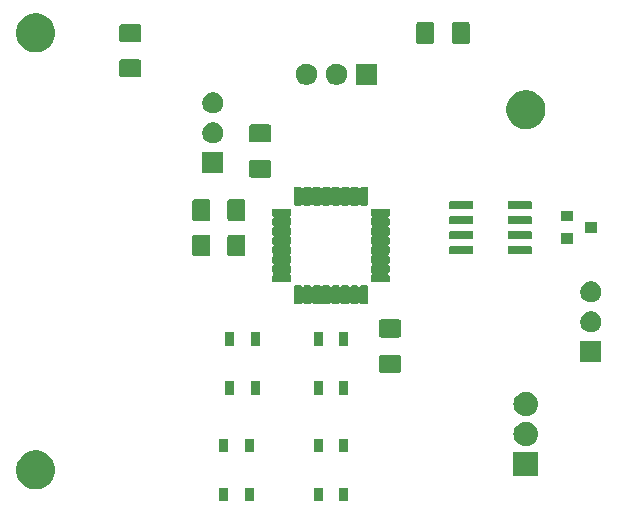
<source format=gbr>
G04 #@! TF.GenerationSoftware,KiCad,Pcbnew,(5.1.5)-3*
G04 #@! TF.CreationDate,2020-02-29T02:49:16+09:00*
G04 #@! TF.ProjectId,QX20CTRLV2,51583230-4354-4524-9c56-322e6b696361,rev?*
G04 #@! TF.SameCoordinates,Original*
G04 #@! TF.FileFunction,Soldermask,Top*
G04 #@! TF.FilePolarity,Negative*
%FSLAX46Y46*%
G04 Gerber Fmt 4.6, Leading zero omitted, Abs format (unit mm)*
G04 Created by KiCad (PCBNEW (5.1.5)-3) date 2020-02-29 02:49:16*
%MOMM*%
%LPD*%
G04 APERTURE LIST*
%ADD10C,0.250000*%
G04 APERTURE END LIST*
D10*
G36*
X120301000Y-93651000D02*
G01*
X119549000Y-93651000D01*
X119549000Y-92499000D01*
X120301000Y-92499000D01*
X120301000Y-93651000D01*
G37*
G36*
X128301000Y-93651000D02*
G01*
X127549000Y-93651000D01*
X127549000Y-92499000D01*
X128301000Y-92499000D01*
X128301000Y-93651000D01*
G37*
G36*
X130451000Y-93651000D02*
G01*
X129699000Y-93651000D01*
X129699000Y-92499000D01*
X130451000Y-92499000D01*
X130451000Y-93651000D01*
G37*
G36*
X122451000Y-93651000D02*
G01*
X121699000Y-93651000D01*
X121699000Y-92499000D01*
X122451000Y-92499000D01*
X122451000Y-93651000D01*
G37*
G36*
X104375256Y-89391298D02*
G01*
X104481579Y-89412447D01*
X104782042Y-89536903D01*
X105052451Y-89717585D01*
X105282415Y-89947549D01*
X105463097Y-90217958D01*
X105587553Y-90518421D01*
X105651000Y-90837391D01*
X105651000Y-91162609D01*
X105587553Y-91481579D01*
X105463097Y-91782042D01*
X105282415Y-92052451D01*
X105052451Y-92282415D01*
X104782042Y-92463097D01*
X104481579Y-92587553D01*
X104375256Y-92608702D01*
X104162611Y-92651000D01*
X103837389Y-92651000D01*
X103624744Y-92608702D01*
X103518421Y-92587553D01*
X103217958Y-92463097D01*
X102947549Y-92282415D01*
X102717585Y-92052451D01*
X102536903Y-91782042D01*
X102412447Y-91481579D01*
X102349000Y-91162609D01*
X102349000Y-90837391D01*
X102412447Y-90518421D01*
X102536903Y-90217958D01*
X102717585Y-89947549D01*
X102947549Y-89717585D01*
X103217958Y-89536903D01*
X103518421Y-89412447D01*
X103624744Y-89391298D01*
X103837389Y-89349000D01*
X104162611Y-89349000D01*
X104375256Y-89391298D01*
G37*
G36*
X146551000Y-91503500D02*
G01*
X144449000Y-91503500D01*
X144449000Y-89496500D01*
X146551000Y-89496500D01*
X146551000Y-91503500D01*
G37*
G36*
X130451000Y-89501000D02*
G01*
X129699000Y-89501000D01*
X129699000Y-88349000D01*
X130451000Y-88349000D01*
X130451000Y-89501000D01*
G37*
G36*
X128301000Y-89501000D02*
G01*
X127549000Y-89501000D01*
X127549000Y-88349000D01*
X128301000Y-88349000D01*
X128301000Y-89501000D01*
G37*
G36*
X120301000Y-89501000D02*
G01*
X119549000Y-89501000D01*
X119549000Y-88349000D01*
X120301000Y-88349000D01*
X120301000Y-89501000D01*
G37*
G36*
X122451000Y-89501000D02*
G01*
X121699000Y-89501000D01*
X121699000Y-88349000D01*
X122451000Y-88349000D01*
X122451000Y-89501000D01*
G37*
G36*
X145645936Y-86961340D02*
G01*
X145744220Y-86971020D01*
X145933381Y-87028401D01*
X146107712Y-87121583D01*
X146260515Y-87246985D01*
X146385917Y-87399788D01*
X146479099Y-87574119D01*
X146536480Y-87763280D01*
X146555855Y-87960000D01*
X146536480Y-88156720D01*
X146479099Y-88345881D01*
X146385917Y-88520212D01*
X146260515Y-88673015D01*
X146107712Y-88798417D01*
X145933381Y-88891599D01*
X145744220Y-88948980D01*
X145645936Y-88958660D01*
X145596795Y-88963500D01*
X145403205Y-88963500D01*
X145354064Y-88958660D01*
X145255780Y-88948980D01*
X145066619Y-88891599D01*
X144892288Y-88798417D01*
X144739485Y-88673015D01*
X144614083Y-88520212D01*
X144520901Y-88345881D01*
X144463520Y-88156720D01*
X144444145Y-87960000D01*
X144463520Y-87763280D01*
X144520901Y-87574119D01*
X144614083Y-87399788D01*
X144739485Y-87246985D01*
X144892288Y-87121583D01*
X145066619Y-87028401D01*
X145255780Y-86971020D01*
X145354064Y-86961340D01*
X145403205Y-86956500D01*
X145596795Y-86956500D01*
X145645936Y-86961340D01*
G37*
G36*
X145645936Y-84421340D02*
G01*
X145744220Y-84431020D01*
X145933381Y-84488401D01*
X146107712Y-84581583D01*
X146260515Y-84706985D01*
X146385917Y-84859788D01*
X146479099Y-85034119D01*
X146536480Y-85223280D01*
X146555855Y-85420000D01*
X146536480Y-85616720D01*
X146479099Y-85805881D01*
X146385917Y-85980212D01*
X146260515Y-86133015D01*
X146107712Y-86258417D01*
X145933381Y-86351599D01*
X145744220Y-86408980D01*
X145645936Y-86418660D01*
X145596795Y-86423500D01*
X145403205Y-86423500D01*
X145354064Y-86418660D01*
X145255780Y-86408980D01*
X145066619Y-86351599D01*
X144892288Y-86258417D01*
X144739485Y-86133015D01*
X144614083Y-85980212D01*
X144520901Y-85805881D01*
X144463520Y-85616720D01*
X144444145Y-85420000D01*
X144463520Y-85223280D01*
X144520901Y-85034119D01*
X144614083Y-84859788D01*
X144739485Y-84706985D01*
X144892288Y-84581583D01*
X145066619Y-84488401D01*
X145255780Y-84431020D01*
X145354064Y-84421340D01*
X145403205Y-84416500D01*
X145596795Y-84416500D01*
X145645936Y-84421340D01*
G37*
G36*
X122951000Y-84651000D02*
G01*
X122199000Y-84651000D01*
X122199000Y-83499000D01*
X122951000Y-83499000D01*
X122951000Y-84651000D01*
G37*
G36*
X120801000Y-84651000D02*
G01*
X120049000Y-84651000D01*
X120049000Y-83499000D01*
X120801000Y-83499000D01*
X120801000Y-84651000D01*
G37*
G36*
X130451000Y-84651000D02*
G01*
X129699000Y-84651000D01*
X129699000Y-83499000D01*
X130451000Y-83499000D01*
X130451000Y-84651000D01*
G37*
G36*
X128301000Y-84651000D02*
G01*
X127549000Y-84651000D01*
X127549000Y-83499000D01*
X128301000Y-83499000D01*
X128301000Y-84651000D01*
G37*
G36*
X134775562Y-81240681D02*
G01*
X134810481Y-81251274D01*
X134842663Y-81268476D01*
X134870873Y-81291627D01*
X134894024Y-81319837D01*
X134911226Y-81352019D01*
X134921819Y-81386938D01*
X134926000Y-81429395D01*
X134926000Y-82570605D01*
X134921819Y-82613062D01*
X134911226Y-82647981D01*
X134894024Y-82680163D01*
X134870873Y-82708373D01*
X134842663Y-82731524D01*
X134810481Y-82748726D01*
X134775562Y-82759319D01*
X134733105Y-82763500D01*
X133266895Y-82763500D01*
X133224438Y-82759319D01*
X133189519Y-82748726D01*
X133157337Y-82731524D01*
X133129127Y-82708373D01*
X133105976Y-82680163D01*
X133088774Y-82647981D01*
X133078181Y-82613062D01*
X133074000Y-82570605D01*
X133074000Y-81429395D01*
X133078181Y-81386938D01*
X133088774Y-81352019D01*
X133105976Y-81319837D01*
X133129127Y-81291627D01*
X133157337Y-81268476D01*
X133189519Y-81251274D01*
X133224438Y-81240681D01*
X133266895Y-81236500D01*
X134733105Y-81236500D01*
X134775562Y-81240681D01*
G37*
G36*
X151901000Y-81901000D02*
G01*
X150099000Y-81901000D01*
X150099000Y-80099000D01*
X151901000Y-80099000D01*
X151901000Y-81901000D01*
G37*
G36*
X120801000Y-80501000D02*
G01*
X120049000Y-80501000D01*
X120049000Y-79349000D01*
X120801000Y-79349000D01*
X120801000Y-80501000D01*
G37*
G36*
X130451000Y-80501000D02*
G01*
X129699000Y-80501000D01*
X129699000Y-79349000D01*
X130451000Y-79349000D01*
X130451000Y-80501000D01*
G37*
G36*
X128301000Y-80501000D02*
G01*
X127549000Y-80501000D01*
X127549000Y-79349000D01*
X128301000Y-79349000D01*
X128301000Y-80501000D01*
G37*
G36*
X122951000Y-80501000D02*
G01*
X122199000Y-80501000D01*
X122199000Y-79349000D01*
X122951000Y-79349000D01*
X122951000Y-80501000D01*
G37*
G36*
X134775562Y-78265681D02*
G01*
X134810481Y-78276274D01*
X134842663Y-78293476D01*
X134870873Y-78316627D01*
X134894024Y-78344837D01*
X134911226Y-78377019D01*
X134921819Y-78411938D01*
X134926000Y-78454395D01*
X134926000Y-79595605D01*
X134921819Y-79638062D01*
X134911226Y-79672981D01*
X134894024Y-79705163D01*
X134870873Y-79733373D01*
X134842663Y-79756524D01*
X134810481Y-79773726D01*
X134775562Y-79784319D01*
X134733105Y-79788500D01*
X133266895Y-79788500D01*
X133224438Y-79784319D01*
X133189519Y-79773726D01*
X133157337Y-79756524D01*
X133129127Y-79733373D01*
X133105976Y-79705163D01*
X133088774Y-79672981D01*
X133078181Y-79638062D01*
X133074000Y-79595605D01*
X133074000Y-78454395D01*
X133078181Y-78411938D01*
X133088774Y-78377019D01*
X133105976Y-78344837D01*
X133129127Y-78316627D01*
X133157337Y-78293476D01*
X133189519Y-78276274D01*
X133224438Y-78265681D01*
X133266895Y-78261500D01*
X134733105Y-78261500D01*
X134775562Y-78265681D01*
G37*
G36*
X151113512Y-77563927D02*
G01*
X151262812Y-77593624D01*
X151426784Y-77661544D01*
X151574354Y-77760147D01*
X151699853Y-77885646D01*
X151798456Y-78033216D01*
X151866376Y-78197188D01*
X151901000Y-78371259D01*
X151901000Y-78548741D01*
X151866376Y-78722812D01*
X151798456Y-78886784D01*
X151699853Y-79034354D01*
X151574354Y-79159853D01*
X151426784Y-79258456D01*
X151262812Y-79326376D01*
X151113512Y-79356073D01*
X151088742Y-79361000D01*
X150911258Y-79361000D01*
X150886488Y-79356073D01*
X150737188Y-79326376D01*
X150573216Y-79258456D01*
X150425646Y-79159853D01*
X150300147Y-79034354D01*
X150201544Y-78886784D01*
X150133624Y-78722812D01*
X150099000Y-78548741D01*
X150099000Y-78371259D01*
X150133624Y-78197188D01*
X150201544Y-78033216D01*
X150300147Y-77885646D01*
X150425646Y-77760147D01*
X150573216Y-77661544D01*
X150737188Y-77593624D01*
X150886488Y-77563927D01*
X150911258Y-77559000D01*
X151088742Y-77559000D01*
X151113512Y-77563927D01*
G37*
G36*
X126430051Y-75376284D02*
G01*
X126446443Y-75381257D01*
X126461555Y-75389334D01*
X126474798Y-75400202D01*
X126485667Y-75413447D01*
X126489761Y-75421106D01*
X126503374Y-75441480D01*
X126520701Y-75458807D01*
X126541076Y-75472421D01*
X126563714Y-75481798D01*
X126587748Y-75486579D01*
X126612252Y-75486579D01*
X126636285Y-75481799D01*
X126658924Y-75472421D01*
X126679298Y-75458808D01*
X126696625Y-75441481D01*
X126710239Y-75421106D01*
X126714333Y-75413447D01*
X126725202Y-75400202D01*
X126738445Y-75389334D01*
X126753557Y-75381257D01*
X126769949Y-75376284D01*
X126793141Y-75374000D01*
X127206859Y-75374000D01*
X127230051Y-75376284D01*
X127246443Y-75381257D01*
X127261555Y-75389334D01*
X127274798Y-75400202D01*
X127285667Y-75413447D01*
X127289761Y-75421106D01*
X127303374Y-75441480D01*
X127320701Y-75458807D01*
X127341076Y-75472421D01*
X127363714Y-75481798D01*
X127387748Y-75486579D01*
X127412252Y-75486579D01*
X127436285Y-75481799D01*
X127458924Y-75472421D01*
X127479298Y-75458808D01*
X127496625Y-75441481D01*
X127510239Y-75421106D01*
X127514333Y-75413447D01*
X127525202Y-75400202D01*
X127538445Y-75389334D01*
X127553557Y-75381257D01*
X127569949Y-75376284D01*
X127593141Y-75374000D01*
X128006859Y-75374000D01*
X128030051Y-75376284D01*
X128046443Y-75381257D01*
X128061555Y-75389334D01*
X128074798Y-75400202D01*
X128085667Y-75413447D01*
X128089761Y-75421106D01*
X128103374Y-75441480D01*
X128120701Y-75458807D01*
X128141076Y-75472421D01*
X128163714Y-75481798D01*
X128187748Y-75486579D01*
X128212252Y-75486579D01*
X128236285Y-75481799D01*
X128258924Y-75472421D01*
X128279298Y-75458808D01*
X128296625Y-75441481D01*
X128310239Y-75421106D01*
X128314333Y-75413447D01*
X128325202Y-75400202D01*
X128338445Y-75389334D01*
X128353557Y-75381257D01*
X128369949Y-75376284D01*
X128393141Y-75374000D01*
X128806859Y-75374000D01*
X128830051Y-75376284D01*
X128846443Y-75381257D01*
X128861555Y-75389334D01*
X128874798Y-75400202D01*
X128885667Y-75413447D01*
X128889761Y-75421106D01*
X128903374Y-75441480D01*
X128920701Y-75458807D01*
X128941076Y-75472421D01*
X128963714Y-75481798D01*
X128987748Y-75486579D01*
X129012252Y-75486579D01*
X129036285Y-75481799D01*
X129058924Y-75472421D01*
X129079298Y-75458808D01*
X129096625Y-75441481D01*
X129110239Y-75421106D01*
X129114333Y-75413447D01*
X129125202Y-75400202D01*
X129138445Y-75389334D01*
X129153557Y-75381257D01*
X129169949Y-75376284D01*
X129193141Y-75374000D01*
X129606859Y-75374000D01*
X129630051Y-75376284D01*
X129646443Y-75381257D01*
X129661555Y-75389334D01*
X129674798Y-75400202D01*
X129685667Y-75413447D01*
X129689761Y-75421106D01*
X129703374Y-75441480D01*
X129720701Y-75458807D01*
X129741076Y-75472421D01*
X129763714Y-75481798D01*
X129787748Y-75486579D01*
X129812252Y-75486579D01*
X129836285Y-75481799D01*
X129858924Y-75472421D01*
X129879298Y-75458808D01*
X129896625Y-75441481D01*
X129910239Y-75421106D01*
X129914333Y-75413447D01*
X129925202Y-75400202D01*
X129938445Y-75389334D01*
X129953557Y-75381257D01*
X129969949Y-75376284D01*
X129993141Y-75374000D01*
X130406859Y-75374000D01*
X130430051Y-75376284D01*
X130446443Y-75381257D01*
X130461555Y-75389334D01*
X130474798Y-75400202D01*
X130485667Y-75413447D01*
X130489761Y-75421106D01*
X130503374Y-75441480D01*
X130520701Y-75458807D01*
X130541076Y-75472421D01*
X130563714Y-75481798D01*
X130587748Y-75486579D01*
X130612252Y-75486579D01*
X130636285Y-75481799D01*
X130658924Y-75472421D01*
X130679298Y-75458808D01*
X130696625Y-75441481D01*
X130710239Y-75421106D01*
X130714333Y-75413447D01*
X130725202Y-75400202D01*
X130738445Y-75389334D01*
X130753557Y-75381257D01*
X130769949Y-75376284D01*
X130793141Y-75374000D01*
X131206859Y-75374000D01*
X131230051Y-75376284D01*
X131246443Y-75381257D01*
X131261555Y-75389334D01*
X131274798Y-75400202D01*
X131285667Y-75413447D01*
X131289761Y-75421106D01*
X131303374Y-75441480D01*
X131320701Y-75458807D01*
X131341076Y-75472421D01*
X131363714Y-75481798D01*
X131387748Y-75486579D01*
X131412252Y-75486579D01*
X131436285Y-75481799D01*
X131458924Y-75472421D01*
X131479298Y-75458808D01*
X131496625Y-75441481D01*
X131510239Y-75421106D01*
X131514333Y-75413447D01*
X131525202Y-75400202D01*
X131538445Y-75389334D01*
X131553557Y-75381257D01*
X131569949Y-75376284D01*
X131593141Y-75374000D01*
X132006859Y-75374000D01*
X132030051Y-75376284D01*
X132046443Y-75381257D01*
X132061555Y-75389334D01*
X132074798Y-75400202D01*
X132085666Y-75413445D01*
X132093743Y-75428557D01*
X132098716Y-75444949D01*
X132101000Y-75468141D01*
X132101000Y-76881859D01*
X132098716Y-76905051D01*
X132093743Y-76921443D01*
X132085666Y-76936555D01*
X132074798Y-76949798D01*
X132061555Y-76960666D01*
X132046443Y-76968743D01*
X132030051Y-76973716D01*
X132006859Y-76976000D01*
X131593141Y-76976000D01*
X131569949Y-76973716D01*
X131553557Y-76968743D01*
X131538445Y-76960666D01*
X131525202Y-76949798D01*
X131514333Y-76936553D01*
X131510239Y-76928894D01*
X131496626Y-76908520D01*
X131479299Y-76891193D01*
X131458924Y-76877579D01*
X131436286Y-76868202D01*
X131412252Y-76863421D01*
X131387748Y-76863421D01*
X131363715Y-76868201D01*
X131341076Y-76877579D01*
X131320702Y-76891192D01*
X131303375Y-76908519D01*
X131289761Y-76928894D01*
X131285667Y-76936553D01*
X131274798Y-76949798D01*
X131261555Y-76960666D01*
X131246443Y-76968743D01*
X131230051Y-76973716D01*
X131206859Y-76976000D01*
X130793141Y-76976000D01*
X130769949Y-76973716D01*
X130753557Y-76968743D01*
X130738445Y-76960666D01*
X130725202Y-76949798D01*
X130714333Y-76936553D01*
X130710239Y-76928894D01*
X130696626Y-76908520D01*
X130679299Y-76891193D01*
X130658924Y-76877579D01*
X130636286Y-76868202D01*
X130612252Y-76863421D01*
X130587748Y-76863421D01*
X130563715Y-76868201D01*
X130541076Y-76877579D01*
X130520702Y-76891192D01*
X130503375Y-76908519D01*
X130489761Y-76928894D01*
X130485667Y-76936553D01*
X130474798Y-76949798D01*
X130461555Y-76960666D01*
X130446443Y-76968743D01*
X130430051Y-76973716D01*
X130406859Y-76976000D01*
X129993141Y-76976000D01*
X129969949Y-76973716D01*
X129953557Y-76968743D01*
X129938445Y-76960666D01*
X129925202Y-76949798D01*
X129914333Y-76936553D01*
X129910239Y-76928894D01*
X129896626Y-76908520D01*
X129879299Y-76891193D01*
X129858924Y-76877579D01*
X129836286Y-76868202D01*
X129812252Y-76863421D01*
X129787748Y-76863421D01*
X129763715Y-76868201D01*
X129741076Y-76877579D01*
X129720702Y-76891192D01*
X129703375Y-76908519D01*
X129689761Y-76928894D01*
X129685667Y-76936553D01*
X129674798Y-76949798D01*
X129661555Y-76960666D01*
X129646443Y-76968743D01*
X129630051Y-76973716D01*
X129606859Y-76976000D01*
X129193141Y-76976000D01*
X129169949Y-76973716D01*
X129153557Y-76968743D01*
X129138445Y-76960666D01*
X129125202Y-76949798D01*
X129114333Y-76936553D01*
X129110239Y-76928894D01*
X129096626Y-76908520D01*
X129079299Y-76891193D01*
X129058924Y-76877579D01*
X129036286Y-76868202D01*
X129012252Y-76863421D01*
X128987748Y-76863421D01*
X128963715Y-76868201D01*
X128941076Y-76877579D01*
X128920702Y-76891192D01*
X128903375Y-76908519D01*
X128889761Y-76928894D01*
X128885667Y-76936553D01*
X128874798Y-76949798D01*
X128861555Y-76960666D01*
X128846443Y-76968743D01*
X128830051Y-76973716D01*
X128806859Y-76976000D01*
X128393141Y-76976000D01*
X128369949Y-76973716D01*
X128353557Y-76968743D01*
X128338445Y-76960666D01*
X128325202Y-76949798D01*
X128314333Y-76936553D01*
X128310239Y-76928894D01*
X128296626Y-76908520D01*
X128279299Y-76891193D01*
X128258924Y-76877579D01*
X128236286Y-76868202D01*
X128212252Y-76863421D01*
X128187748Y-76863421D01*
X128163715Y-76868201D01*
X128141076Y-76877579D01*
X128120702Y-76891192D01*
X128103375Y-76908519D01*
X128089761Y-76928894D01*
X128085667Y-76936553D01*
X128074798Y-76949798D01*
X128061555Y-76960666D01*
X128046443Y-76968743D01*
X128030051Y-76973716D01*
X128006859Y-76976000D01*
X127593141Y-76976000D01*
X127569949Y-76973716D01*
X127553557Y-76968743D01*
X127538445Y-76960666D01*
X127525202Y-76949798D01*
X127514333Y-76936553D01*
X127510239Y-76928894D01*
X127496626Y-76908520D01*
X127479299Y-76891193D01*
X127458924Y-76877579D01*
X127436286Y-76868202D01*
X127412252Y-76863421D01*
X127387748Y-76863421D01*
X127363715Y-76868201D01*
X127341076Y-76877579D01*
X127320702Y-76891192D01*
X127303375Y-76908519D01*
X127289761Y-76928894D01*
X127285667Y-76936553D01*
X127274798Y-76949798D01*
X127261555Y-76960666D01*
X127246443Y-76968743D01*
X127230051Y-76973716D01*
X127206859Y-76976000D01*
X126793141Y-76976000D01*
X126769949Y-76973716D01*
X126753557Y-76968743D01*
X126738445Y-76960666D01*
X126725202Y-76949798D01*
X126714333Y-76936553D01*
X126710239Y-76928894D01*
X126696626Y-76908520D01*
X126679299Y-76891193D01*
X126658924Y-76877579D01*
X126636286Y-76868202D01*
X126612252Y-76863421D01*
X126587748Y-76863421D01*
X126563715Y-76868201D01*
X126541076Y-76877579D01*
X126520702Y-76891192D01*
X126503375Y-76908519D01*
X126489761Y-76928894D01*
X126485667Y-76936553D01*
X126474798Y-76949798D01*
X126461555Y-76960666D01*
X126446443Y-76968743D01*
X126430051Y-76973716D01*
X126406859Y-76976000D01*
X125993141Y-76976000D01*
X125969949Y-76973716D01*
X125953557Y-76968743D01*
X125938445Y-76960666D01*
X125925202Y-76949798D01*
X125914334Y-76936555D01*
X125906257Y-76921443D01*
X125901284Y-76905051D01*
X125899000Y-76881859D01*
X125899000Y-75468141D01*
X125901284Y-75444949D01*
X125906257Y-75428557D01*
X125914334Y-75413445D01*
X125925202Y-75400202D01*
X125938445Y-75389334D01*
X125953557Y-75381257D01*
X125969949Y-75376284D01*
X125993141Y-75374000D01*
X126406859Y-75374000D01*
X126430051Y-75376284D01*
G37*
G36*
X151113512Y-75023927D02*
G01*
X151262812Y-75053624D01*
X151426784Y-75121544D01*
X151574354Y-75220147D01*
X151699853Y-75345646D01*
X151798456Y-75493216D01*
X151866376Y-75657188D01*
X151901000Y-75831259D01*
X151901000Y-76008741D01*
X151866376Y-76182812D01*
X151798456Y-76346784D01*
X151699853Y-76494354D01*
X151574354Y-76619853D01*
X151426784Y-76718456D01*
X151262812Y-76786376D01*
X151113512Y-76816073D01*
X151088742Y-76821000D01*
X150911258Y-76821000D01*
X150886488Y-76816073D01*
X150737188Y-76786376D01*
X150573216Y-76718456D01*
X150425646Y-76619853D01*
X150300147Y-76494354D01*
X150201544Y-76346784D01*
X150133624Y-76182812D01*
X150099000Y-76008741D01*
X150099000Y-75831259D01*
X150133624Y-75657188D01*
X150201544Y-75493216D01*
X150300147Y-75345646D01*
X150425646Y-75220147D01*
X150573216Y-75121544D01*
X150737188Y-75053624D01*
X150886488Y-75023927D01*
X150911258Y-75019000D01*
X151088742Y-75019000D01*
X151113512Y-75023927D01*
G37*
G36*
X133905051Y-68901284D02*
G01*
X133921443Y-68906257D01*
X133936555Y-68914334D01*
X133949798Y-68925202D01*
X133960666Y-68938445D01*
X133968743Y-68953557D01*
X133973716Y-68969949D01*
X133976000Y-68993141D01*
X133976000Y-69406859D01*
X133973716Y-69430051D01*
X133968743Y-69446443D01*
X133960666Y-69461555D01*
X133949798Y-69474798D01*
X133936553Y-69485667D01*
X133928894Y-69489761D01*
X133908520Y-69503374D01*
X133891193Y-69520701D01*
X133877579Y-69541076D01*
X133868202Y-69563714D01*
X133863421Y-69587748D01*
X133863421Y-69612252D01*
X133868201Y-69636285D01*
X133877579Y-69658924D01*
X133891192Y-69679298D01*
X133908519Y-69696625D01*
X133928894Y-69710239D01*
X133936553Y-69714333D01*
X133949798Y-69725202D01*
X133960666Y-69738445D01*
X133968743Y-69753557D01*
X133973716Y-69769949D01*
X133976000Y-69793141D01*
X133976000Y-70206859D01*
X133973716Y-70230051D01*
X133968743Y-70246443D01*
X133960666Y-70261555D01*
X133949798Y-70274798D01*
X133936553Y-70285667D01*
X133928894Y-70289761D01*
X133908520Y-70303374D01*
X133891193Y-70320701D01*
X133877579Y-70341076D01*
X133868202Y-70363714D01*
X133863421Y-70387748D01*
X133863421Y-70412252D01*
X133868201Y-70436285D01*
X133877579Y-70458924D01*
X133891192Y-70479298D01*
X133908519Y-70496625D01*
X133928894Y-70510239D01*
X133936553Y-70514333D01*
X133949798Y-70525202D01*
X133960666Y-70538445D01*
X133968743Y-70553557D01*
X133973716Y-70569949D01*
X133976000Y-70593141D01*
X133976000Y-71006859D01*
X133973716Y-71030051D01*
X133968743Y-71046443D01*
X133960666Y-71061555D01*
X133949798Y-71074798D01*
X133936553Y-71085667D01*
X133928894Y-71089761D01*
X133908520Y-71103374D01*
X133891193Y-71120701D01*
X133877579Y-71141076D01*
X133868202Y-71163714D01*
X133863421Y-71187748D01*
X133863421Y-71212252D01*
X133868201Y-71236285D01*
X133877579Y-71258924D01*
X133891192Y-71279298D01*
X133908519Y-71296625D01*
X133928894Y-71310239D01*
X133936553Y-71314333D01*
X133949798Y-71325202D01*
X133960666Y-71338445D01*
X133968743Y-71353557D01*
X133973716Y-71369949D01*
X133976000Y-71393141D01*
X133976000Y-71806859D01*
X133973716Y-71830051D01*
X133968743Y-71846443D01*
X133960666Y-71861555D01*
X133949798Y-71874798D01*
X133936553Y-71885667D01*
X133928894Y-71889761D01*
X133908520Y-71903374D01*
X133891193Y-71920701D01*
X133877579Y-71941076D01*
X133868202Y-71963714D01*
X133863421Y-71987748D01*
X133863421Y-72012252D01*
X133868201Y-72036285D01*
X133877579Y-72058924D01*
X133891192Y-72079298D01*
X133908519Y-72096625D01*
X133928894Y-72110239D01*
X133936553Y-72114333D01*
X133949798Y-72125202D01*
X133960666Y-72138445D01*
X133968743Y-72153557D01*
X133973716Y-72169949D01*
X133976000Y-72193141D01*
X133976000Y-72606859D01*
X133973716Y-72630051D01*
X133968743Y-72646443D01*
X133960666Y-72661555D01*
X133949798Y-72674798D01*
X133936553Y-72685667D01*
X133928894Y-72689761D01*
X133908520Y-72703374D01*
X133891193Y-72720701D01*
X133877579Y-72741076D01*
X133868202Y-72763714D01*
X133863421Y-72787748D01*
X133863421Y-72812252D01*
X133868201Y-72836285D01*
X133877579Y-72858924D01*
X133891192Y-72879298D01*
X133908519Y-72896625D01*
X133928894Y-72910239D01*
X133936553Y-72914333D01*
X133949798Y-72925202D01*
X133960666Y-72938445D01*
X133968743Y-72953557D01*
X133973716Y-72969949D01*
X133976000Y-72993141D01*
X133976000Y-73406859D01*
X133973716Y-73430051D01*
X133968743Y-73446443D01*
X133960666Y-73461555D01*
X133949798Y-73474798D01*
X133936553Y-73485667D01*
X133928894Y-73489761D01*
X133908520Y-73503374D01*
X133891193Y-73520701D01*
X133877579Y-73541076D01*
X133868202Y-73563714D01*
X133863421Y-73587748D01*
X133863421Y-73612252D01*
X133868201Y-73636285D01*
X133877579Y-73658924D01*
X133891192Y-73679298D01*
X133908519Y-73696625D01*
X133928894Y-73710239D01*
X133936553Y-73714333D01*
X133949798Y-73725202D01*
X133960666Y-73738445D01*
X133968743Y-73753557D01*
X133973716Y-73769949D01*
X133976000Y-73793141D01*
X133976000Y-74206859D01*
X133973716Y-74230051D01*
X133968743Y-74246443D01*
X133960666Y-74261555D01*
X133949798Y-74274798D01*
X133936553Y-74285667D01*
X133928894Y-74289761D01*
X133908520Y-74303374D01*
X133891193Y-74320701D01*
X133877579Y-74341076D01*
X133868202Y-74363714D01*
X133863421Y-74387748D01*
X133863421Y-74412252D01*
X133868201Y-74436285D01*
X133877579Y-74458924D01*
X133891192Y-74479298D01*
X133908519Y-74496625D01*
X133928894Y-74510239D01*
X133936553Y-74514333D01*
X133949798Y-74525202D01*
X133960666Y-74538445D01*
X133968743Y-74553557D01*
X133973716Y-74569949D01*
X133976000Y-74593141D01*
X133976000Y-75006859D01*
X133973716Y-75030051D01*
X133968743Y-75046443D01*
X133960666Y-75061555D01*
X133949798Y-75074798D01*
X133936555Y-75085666D01*
X133921443Y-75093743D01*
X133905051Y-75098716D01*
X133881859Y-75101000D01*
X132468141Y-75101000D01*
X132444949Y-75098716D01*
X132428557Y-75093743D01*
X132413445Y-75085666D01*
X132400202Y-75074798D01*
X132389334Y-75061555D01*
X132381257Y-75046443D01*
X132376284Y-75030051D01*
X132374000Y-75006859D01*
X132374000Y-74593141D01*
X132376284Y-74569949D01*
X132381257Y-74553557D01*
X132389334Y-74538445D01*
X132400202Y-74525202D01*
X132413447Y-74514333D01*
X132421106Y-74510239D01*
X132441480Y-74496626D01*
X132458807Y-74479299D01*
X132472421Y-74458924D01*
X132481798Y-74436286D01*
X132486579Y-74412252D01*
X132486579Y-74387748D01*
X132481799Y-74363715D01*
X132472421Y-74341076D01*
X132458808Y-74320702D01*
X132441481Y-74303375D01*
X132421106Y-74289761D01*
X132413447Y-74285667D01*
X132400202Y-74274798D01*
X132389334Y-74261555D01*
X132381257Y-74246443D01*
X132376284Y-74230051D01*
X132374000Y-74206859D01*
X132374000Y-73793141D01*
X132376284Y-73769949D01*
X132381257Y-73753557D01*
X132389334Y-73738445D01*
X132400202Y-73725202D01*
X132413447Y-73714333D01*
X132421106Y-73710239D01*
X132441480Y-73696626D01*
X132458807Y-73679299D01*
X132472421Y-73658924D01*
X132481798Y-73636286D01*
X132486579Y-73612252D01*
X132486579Y-73587748D01*
X132481799Y-73563715D01*
X132472421Y-73541076D01*
X132458808Y-73520702D01*
X132441481Y-73503375D01*
X132421106Y-73489761D01*
X132413447Y-73485667D01*
X132400202Y-73474798D01*
X132389334Y-73461555D01*
X132381257Y-73446443D01*
X132376284Y-73430051D01*
X132374000Y-73406859D01*
X132374000Y-72993141D01*
X132376284Y-72969949D01*
X132381257Y-72953557D01*
X132389334Y-72938445D01*
X132400202Y-72925202D01*
X132413447Y-72914333D01*
X132421106Y-72910239D01*
X132441480Y-72896626D01*
X132458807Y-72879299D01*
X132472421Y-72858924D01*
X132481798Y-72836286D01*
X132486579Y-72812252D01*
X132486579Y-72787748D01*
X132481799Y-72763715D01*
X132472421Y-72741076D01*
X132458808Y-72720702D01*
X132441481Y-72703375D01*
X132421106Y-72689761D01*
X132413447Y-72685667D01*
X132400202Y-72674798D01*
X132389334Y-72661555D01*
X132381257Y-72646443D01*
X132376284Y-72630051D01*
X132374000Y-72606859D01*
X132374000Y-72193141D01*
X132376284Y-72169949D01*
X132381257Y-72153557D01*
X132389334Y-72138445D01*
X132400202Y-72125202D01*
X132413447Y-72114333D01*
X132421106Y-72110239D01*
X132441480Y-72096626D01*
X132458807Y-72079299D01*
X132472421Y-72058924D01*
X132481798Y-72036286D01*
X132486579Y-72012252D01*
X132486579Y-71987748D01*
X132481799Y-71963715D01*
X132472421Y-71941076D01*
X132458808Y-71920702D01*
X132441481Y-71903375D01*
X132421106Y-71889761D01*
X132413447Y-71885667D01*
X132400202Y-71874798D01*
X132389334Y-71861555D01*
X132381257Y-71846443D01*
X132376284Y-71830051D01*
X132374000Y-71806859D01*
X132374000Y-71393141D01*
X132376284Y-71369949D01*
X132381257Y-71353557D01*
X132389334Y-71338445D01*
X132400202Y-71325202D01*
X132413447Y-71314333D01*
X132421106Y-71310239D01*
X132441480Y-71296626D01*
X132458807Y-71279299D01*
X132472421Y-71258924D01*
X132481798Y-71236286D01*
X132486579Y-71212252D01*
X132486579Y-71187748D01*
X132481799Y-71163715D01*
X132472421Y-71141076D01*
X132458808Y-71120702D01*
X132441481Y-71103375D01*
X132421106Y-71089761D01*
X132413447Y-71085667D01*
X132400202Y-71074798D01*
X132389334Y-71061555D01*
X132381257Y-71046443D01*
X132376284Y-71030051D01*
X132374000Y-71006859D01*
X132374000Y-70593141D01*
X132376284Y-70569949D01*
X132381257Y-70553557D01*
X132389334Y-70538445D01*
X132400202Y-70525202D01*
X132413447Y-70514333D01*
X132421106Y-70510239D01*
X132441480Y-70496626D01*
X132458807Y-70479299D01*
X132472421Y-70458924D01*
X132481798Y-70436286D01*
X132486579Y-70412252D01*
X132486579Y-70387748D01*
X132481799Y-70363715D01*
X132472421Y-70341076D01*
X132458808Y-70320702D01*
X132441481Y-70303375D01*
X132421106Y-70289761D01*
X132413447Y-70285667D01*
X132400202Y-70274798D01*
X132389334Y-70261555D01*
X132381257Y-70246443D01*
X132376284Y-70230051D01*
X132374000Y-70206859D01*
X132374000Y-69793141D01*
X132376284Y-69769949D01*
X132381257Y-69753557D01*
X132389334Y-69738445D01*
X132400202Y-69725202D01*
X132413447Y-69714333D01*
X132421106Y-69710239D01*
X132441480Y-69696626D01*
X132458807Y-69679299D01*
X132472421Y-69658924D01*
X132481798Y-69636286D01*
X132486579Y-69612252D01*
X132486579Y-69587748D01*
X132481799Y-69563715D01*
X132472421Y-69541076D01*
X132458808Y-69520702D01*
X132441481Y-69503375D01*
X132421106Y-69489761D01*
X132413447Y-69485667D01*
X132400202Y-69474798D01*
X132389334Y-69461555D01*
X132381257Y-69446443D01*
X132376284Y-69430051D01*
X132374000Y-69406859D01*
X132374000Y-68993141D01*
X132376284Y-68969949D01*
X132381257Y-68953557D01*
X132389334Y-68938445D01*
X132400202Y-68925202D01*
X132413445Y-68914334D01*
X132428557Y-68906257D01*
X132444949Y-68901284D01*
X132468141Y-68899000D01*
X133881859Y-68899000D01*
X133905051Y-68901284D01*
G37*
G36*
X125555051Y-68901284D02*
G01*
X125571443Y-68906257D01*
X125586555Y-68914334D01*
X125599798Y-68925202D01*
X125610666Y-68938445D01*
X125618743Y-68953557D01*
X125623716Y-68969949D01*
X125626000Y-68993141D01*
X125626000Y-69406859D01*
X125623716Y-69430051D01*
X125618743Y-69446443D01*
X125610666Y-69461555D01*
X125599798Y-69474798D01*
X125586553Y-69485667D01*
X125578894Y-69489761D01*
X125558520Y-69503374D01*
X125541193Y-69520701D01*
X125527579Y-69541076D01*
X125518202Y-69563714D01*
X125513421Y-69587748D01*
X125513421Y-69612252D01*
X125518201Y-69636285D01*
X125527579Y-69658924D01*
X125541192Y-69679298D01*
X125558519Y-69696625D01*
X125578894Y-69710239D01*
X125586553Y-69714333D01*
X125599798Y-69725202D01*
X125610666Y-69738445D01*
X125618743Y-69753557D01*
X125623716Y-69769949D01*
X125626000Y-69793141D01*
X125626000Y-70206859D01*
X125623716Y-70230051D01*
X125618743Y-70246443D01*
X125610666Y-70261555D01*
X125599798Y-70274798D01*
X125586553Y-70285667D01*
X125578894Y-70289761D01*
X125558520Y-70303374D01*
X125541193Y-70320701D01*
X125527579Y-70341076D01*
X125518202Y-70363714D01*
X125513421Y-70387748D01*
X125513421Y-70412252D01*
X125518201Y-70436285D01*
X125527579Y-70458924D01*
X125541192Y-70479298D01*
X125558519Y-70496625D01*
X125578894Y-70510239D01*
X125586553Y-70514333D01*
X125599798Y-70525202D01*
X125610666Y-70538445D01*
X125618743Y-70553557D01*
X125623716Y-70569949D01*
X125626000Y-70593141D01*
X125626000Y-71006859D01*
X125623716Y-71030051D01*
X125618743Y-71046443D01*
X125610666Y-71061555D01*
X125599798Y-71074798D01*
X125586553Y-71085667D01*
X125578894Y-71089761D01*
X125558520Y-71103374D01*
X125541193Y-71120701D01*
X125527579Y-71141076D01*
X125518202Y-71163714D01*
X125513421Y-71187748D01*
X125513421Y-71212252D01*
X125518201Y-71236285D01*
X125527579Y-71258924D01*
X125541192Y-71279298D01*
X125558519Y-71296625D01*
X125578894Y-71310239D01*
X125586553Y-71314333D01*
X125599798Y-71325202D01*
X125610666Y-71338445D01*
X125618743Y-71353557D01*
X125623716Y-71369949D01*
X125626000Y-71393141D01*
X125626000Y-71806859D01*
X125623716Y-71830051D01*
X125618743Y-71846443D01*
X125610666Y-71861555D01*
X125599798Y-71874798D01*
X125586553Y-71885667D01*
X125578894Y-71889761D01*
X125558520Y-71903374D01*
X125541193Y-71920701D01*
X125527579Y-71941076D01*
X125518202Y-71963714D01*
X125513421Y-71987748D01*
X125513421Y-72012252D01*
X125518201Y-72036285D01*
X125527579Y-72058924D01*
X125541192Y-72079298D01*
X125558519Y-72096625D01*
X125578894Y-72110239D01*
X125586553Y-72114333D01*
X125599798Y-72125202D01*
X125610666Y-72138445D01*
X125618743Y-72153557D01*
X125623716Y-72169949D01*
X125626000Y-72193141D01*
X125626000Y-72606859D01*
X125623716Y-72630051D01*
X125618743Y-72646443D01*
X125610666Y-72661555D01*
X125599798Y-72674798D01*
X125586553Y-72685667D01*
X125578894Y-72689761D01*
X125558520Y-72703374D01*
X125541193Y-72720701D01*
X125527579Y-72741076D01*
X125518202Y-72763714D01*
X125513421Y-72787748D01*
X125513421Y-72812252D01*
X125518201Y-72836285D01*
X125527579Y-72858924D01*
X125541192Y-72879298D01*
X125558519Y-72896625D01*
X125578894Y-72910239D01*
X125586553Y-72914333D01*
X125599798Y-72925202D01*
X125610666Y-72938445D01*
X125618743Y-72953557D01*
X125623716Y-72969949D01*
X125626000Y-72993141D01*
X125626000Y-73406859D01*
X125623716Y-73430051D01*
X125618743Y-73446443D01*
X125610666Y-73461555D01*
X125599798Y-73474798D01*
X125586553Y-73485667D01*
X125578894Y-73489761D01*
X125558520Y-73503374D01*
X125541193Y-73520701D01*
X125527579Y-73541076D01*
X125518202Y-73563714D01*
X125513421Y-73587748D01*
X125513421Y-73612252D01*
X125518201Y-73636285D01*
X125527579Y-73658924D01*
X125541192Y-73679298D01*
X125558519Y-73696625D01*
X125578894Y-73710239D01*
X125586553Y-73714333D01*
X125599798Y-73725202D01*
X125610666Y-73738445D01*
X125618743Y-73753557D01*
X125623716Y-73769949D01*
X125626000Y-73793141D01*
X125626000Y-74206859D01*
X125623716Y-74230051D01*
X125618743Y-74246443D01*
X125610666Y-74261555D01*
X125599798Y-74274798D01*
X125586553Y-74285667D01*
X125578894Y-74289761D01*
X125558520Y-74303374D01*
X125541193Y-74320701D01*
X125527579Y-74341076D01*
X125518202Y-74363714D01*
X125513421Y-74387748D01*
X125513421Y-74412252D01*
X125518201Y-74436285D01*
X125527579Y-74458924D01*
X125541192Y-74479298D01*
X125558519Y-74496625D01*
X125578894Y-74510239D01*
X125586553Y-74514333D01*
X125599798Y-74525202D01*
X125610666Y-74538445D01*
X125618743Y-74553557D01*
X125623716Y-74569949D01*
X125626000Y-74593141D01*
X125626000Y-75006859D01*
X125623716Y-75030051D01*
X125618743Y-75046443D01*
X125610666Y-75061555D01*
X125599798Y-75074798D01*
X125586555Y-75085666D01*
X125571443Y-75093743D01*
X125555051Y-75098716D01*
X125531859Y-75101000D01*
X124118141Y-75101000D01*
X124094949Y-75098716D01*
X124078557Y-75093743D01*
X124063445Y-75085666D01*
X124050202Y-75074798D01*
X124039334Y-75061555D01*
X124031257Y-75046443D01*
X124026284Y-75030051D01*
X124024000Y-75006859D01*
X124024000Y-74593141D01*
X124026284Y-74569949D01*
X124031257Y-74553557D01*
X124039334Y-74538445D01*
X124050202Y-74525202D01*
X124063447Y-74514333D01*
X124071106Y-74510239D01*
X124091480Y-74496626D01*
X124108807Y-74479299D01*
X124122421Y-74458924D01*
X124131798Y-74436286D01*
X124136579Y-74412252D01*
X124136579Y-74387748D01*
X124131799Y-74363715D01*
X124122421Y-74341076D01*
X124108808Y-74320702D01*
X124091481Y-74303375D01*
X124071106Y-74289761D01*
X124063447Y-74285667D01*
X124050202Y-74274798D01*
X124039334Y-74261555D01*
X124031257Y-74246443D01*
X124026284Y-74230051D01*
X124024000Y-74206859D01*
X124024000Y-73793141D01*
X124026284Y-73769949D01*
X124031257Y-73753557D01*
X124039334Y-73738445D01*
X124050202Y-73725202D01*
X124063447Y-73714333D01*
X124071106Y-73710239D01*
X124091480Y-73696626D01*
X124108807Y-73679299D01*
X124122421Y-73658924D01*
X124131798Y-73636286D01*
X124136579Y-73612252D01*
X124136579Y-73587748D01*
X124131799Y-73563715D01*
X124122421Y-73541076D01*
X124108808Y-73520702D01*
X124091481Y-73503375D01*
X124071106Y-73489761D01*
X124063447Y-73485667D01*
X124050202Y-73474798D01*
X124039334Y-73461555D01*
X124031257Y-73446443D01*
X124026284Y-73430051D01*
X124024000Y-73406859D01*
X124024000Y-72993141D01*
X124026284Y-72969949D01*
X124031257Y-72953557D01*
X124039334Y-72938445D01*
X124050202Y-72925202D01*
X124063447Y-72914333D01*
X124071106Y-72910239D01*
X124091480Y-72896626D01*
X124108807Y-72879299D01*
X124122421Y-72858924D01*
X124131798Y-72836286D01*
X124136579Y-72812252D01*
X124136579Y-72787748D01*
X124131799Y-72763715D01*
X124122421Y-72741076D01*
X124108808Y-72720702D01*
X124091481Y-72703375D01*
X124071106Y-72689761D01*
X124063447Y-72685667D01*
X124050202Y-72674798D01*
X124039334Y-72661555D01*
X124031257Y-72646443D01*
X124026284Y-72630051D01*
X124024000Y-72606859D01*
X124024000Y-72193141D01*
X124026284Y-72169949D01*
X124031257Y-72153557D01*
X124039334Y-72138445D01*
X124050202Y-72125202D01*
X124063447Y-72114333D01*
X124071106Y-72110239D01*
X124091480Y-72096626D01*
X124108807Y-72079299D01*
X124122421Y-72058924D01*
X124131798Y-72036286D01*
X124136579Y-72012252D01*
X124136579Y-71987748D01*
X124131799Y-71963715D01*
X124122421Y-71941076D01*
X124108808Y-71920702D01*
X124091481Y-71903375D01*
X124071106Y-71889761D01*
X124063447Y-71885667D01*
X124050202Y-71874798D01*
X124039334Y-71861555D01*
X124031257Y-71846443D01*
X124026284Y-71830051D01*
X124024000Y-71806859D01*
X124024000Y-71393141D01*
X124026284Y-71369949D01*
X124031257Y-71353557D01*
X124039334Y-71338445D01*
X124050202Y-71325202D01*
X124063447Y-71314333D01*
X124071106Y-71310239D01*
X124091480Y-71296626D01*
X124108807Y-71279299D01*
X124122421Y-71258924D01*
X124131798Y-71236286D01*
X124136579Y-71212252D01*
X124136579Y-71187748D01*
X124131799Y-71163715D01*
X124122421Y-71141076D01*
X124108808Y-71120702D01*
X124091481Y-71103375D01*
X124071106Y-71089761D01*
X124063447Y-71085667D01*
X124050202Y-71074798D01*
X124039334Y-71061555D01*
X124031257Y-71046443D01*
X124026284Y-71030051D01*
X124024000Y-71006859D01*
X124024000Y-70593141D01*
X124026284Y-70569949D01*
X124031257Y-70553557D01*
X124039334Y-70538445D01*
X124050202Y-70525202D01*
X124063447Y-70514333D01*
X124071106Y-70510239D01*
X124091480Y-70496626D01*
X124108807Y-70479299D01*
X124122421Y-70458924D01*
X124131798Y-70436286D01*
X124136579Y-70412252D01*
X124136579Y-70387748D01*
X124131799Y-70363715D01*
X124122421Y-70341076D01*
X124108808Y-70320702D01*
X124091481Y-70303375D01*
X124071106Y-70289761D01*
X124063447Y-70285667D01*
X124050202Y-70274798D01*
X124039334Y-70261555D01*
X124031257Y-70246443D01*
X124026284Y-70230051D01*
X124024000Y-70206859D01*
X124024000Y-69793141D01*
X124026284Y-69769949D01*
X124031257Y-69753557D01*
X124039334Y-69738445D01*
X124050202Y-69725202D01*
X124063447Y-69714333D01*
X124071106Y-69710239D01*
X124091480Y-69696626D01*
X124108807Y-69679299D01*
X124122421Y-69658924D01*
X124131798Y-69636286D01*
X124136579Y-69612252D01*
X124136579Y-69587748D01*
X124131799Y-69563715D01*
X124122421Y-69541076D01*
X124108808Y-69520702D01*
X124091481Y-69503375D01*
X124071106Y-69489761D01*
X124063447Y-69485667D01*
X124050202Y-69474798D01*
X124039334Y-69461555D01*
X124031257Y-69446443D01*
X124026284Y-69430051D01*
X124024000Y-69406859D01*
X124024000Y-68993141D01*
X124026284Y-68969949D01*
X124031257Y-68953557D01*
X124039334Y-68938445D01*
X124050202Y-68925202D01*
X124063445Y-68914334D01*
X124078557Y-68906257D01*
X124094949Y-68901284D01*
X124118141Y-68899000D01*
X125531859Y-68899000D01*
X125555051Y-68901284D01*
G37*
G36*
X121613062Y-71078181D02*
G01*
X121647981Y-71088774D01*
X121680163Y-71105976D01*
X121708373Y-71129127D01*
X121731524Y-71157337D01*
X121748726Y-71189519D01*
X121759319Y-71224438D01*
X121763500Y-71266895D01*
X121763500Y-72733105D01*
X121759319Y-72775562D01*
X121748726Y-72810481D01*
X121731524Y-72842663D01*
X121708373Y-72870873D01*
X121680163Y-72894024D01*
X121647981Y-72911226D01*
X121613062Y-72921819D01*
X121570605Y-72926000D01*
X120429395Y-72926000D01*
X120386938Y-72921819D01*
X120352019Y-72911226D01*
X120319837Y-72894024D01*
X120291627Y-72870873D01*
X120268476Y-72842663D01*
X120251274Y-72810481D01*
X120240681Y-72775562D01*
X120236500Y-72733105D01*
X120236500Y-71266895D01*
X120240681Y-71224438D01*
X120251274Y-71189519D01*
X120268476Y-71157337D01*
X120291627Y-71129127D01*
X120319837Y-71105976D01*
X120352019Y-71088774D01*
X120386938Y-71078181D01*
X120429395Y-71074000D01*
X121570605Y-71074000D01*
X121613062Y-71078181D01*
G37*
G36*
X118638062Y-71078181D02*
G01*
X118672981Y-71088774D01*
X118705163Y-71105976D01*
X118733373Y-71129127D01*
X118756524Y-71157337D01*
X118773726Y-71189519D01*
X118784319Y-71224438D01*
X118788500Y-71266895D01*
X118788500Y-72733105D01*
X118784319Y-72775562D01*
X118773726Y-72810481D01*
X118756524Y-72842663D01*
X118733373Y-72870873D01*
X118705163Y-72894024D01*
X118672981Y-72911226D01*
X118638062Y-72921819D01*
X118595605Y-72926000D01*
X117454395Y-72926000D01*
X117411938Y-72921819D01*
X117377019Y-72911226D01*
X117344837Y-72894024D01*
X117316627Y-72870873D01*
X117293476Y-72842663D01*
X117276274Y-72810481D01*
X117265681Y-72775562D01*
X117261500Y-72733105D01*
X117261500Y-71266895D01*
X117265681Y-71224438D01*
X117276274Y-71189519D01*
X117293476Y-71157337D01*
X117316627Y-71129127D01*
X117344837Y-71105976D01*
X117377019Y-71088774D01*
X117411938Y-71078181D01*
X117454395Y-71074000D01*
X118595605Y-71074000D01*
X118638062Y-71078181D01*
G37*
G36*
X145909928Y-72056764D02*
G01*
X145931009Y-72063160D01*
X145950445Y-72073548D01*
X145967476Y-72087524D01*
X145981452Y-72104555D01*
X145991840Y-72123991D01*
X145998236Y-72145072D01*
X146001000Y-72173140D01*
X146001000Y-72636860D01*
X145998236Y-72664928D01*
X145991840Y-72686009D01*
X145981452Y-72705445D01*
X145967476Y-72722476D01*
X145950445Y-72736452D01*
X145931009Y-72746840D01*
X145909928Y-72753236D01*
X145881860Y-72756000D01*
X144068140Y-72756000D01*
X144040072Y-72753236D01*
X144018991Y-72746840D01*
X143999555Y-72736452D01*
X143982524Y-72722476D01*
X143968548Y-72705445D01*
X143958160Y-72686009D01*
X143951764Y-72664928D01*
X143949000Y-72636860D01*
X143949000Y-72173140D01*
X143951764Y-72145072D01*
X143958160Y-72123991D01*
X143968548Y-72104555D01*
X143982524Y-72087524D01*
X143999555Y-72073548D01*
X144018991Y-72063160D01*
X144040072Y-72056764D01*
X144068140Y-72054000D01*
X145881860Y-72054000D01*
X145909928Y-72056764D01*
G37*
G36*
X140959928Y-72056764D02*
G01*
X140981009Y-72063160D01*
X141000445Y-72073548D01*
X141017476Y-72087524D01*
X141031452Y-72104555D01*
X141041840Y-72123991D01*
X141048236Y-72145072D01*
X141051000Y-72173140D01*
X141051000Y-72636860D01*
X141048236Y-72664928D01*
X141041840Y-72686009D01*
X141031452Y-72705445D01*
X141017476Y-72722476D01*
X141000445Y-72736452D01*
X140981009Y-72746840D01*
X140959928Y-72753236D01*
X140931860Y-72756000D01*
X139118140Y-72756000D01*
X139090072Y-72753236D01*
X139068991Y-72746840D01*
X139049555Y-72736452D01*
X139032524Y-72722476D01*
X139018548Y-72705445D01*
X139008160Y-72686009D01*
X139001764Y-72664928D01*
X138999000Y-72636860D01*
X138999000Y-72173140D01*
X139001764Y-72145072D01*
X139008160Y-72123991D01*
X139018548Y-72104555D01*
X139032524Y-72087524D01*
X139049555Y-72073548D01*
X139068991Y-72063160D01*
X139090072Y-72056764D01*
X139118140Y-72054000D01*
X140931860Y-72054000D01*
X140959928Y-72056764D01*
G37*
G36*
X149501000Y-71851000D02*
G01*
X148499000Y-71851000D01*
X148499000Y-70949000D01*
X149501000Y-70949000D01*
X149501000Y-71851000D01*
G37*
G36*
X140959928Y-70786764D02*
G01*
X140981009Y-70793160D01*
X141000445Y-70803548D01*
X141017476Y-70817524D01*
X141031452Y-70834555D01*
X141041840Y-70853991D01*
X141048236Y-70875072D01*
X141051000Y-70903140D01*
X141051000Y-71366860D01*
X141048236Y-71394928D01*
X141041840Y-71416009D01*
X141031452Y-71435445D01*
X141017476Y-71452476D01*
X141000445Y-71466452D01*
X140981009Y-71476840D01*
X140959928Y-71483236D01*
X140931860Y-71486000D01*
X139118140Y-71486000D01*
X139090072Y-71483236D01*
X139068991Y-71476840D01*
X139049555Y-71466452D01*
X139032524Y-71452476D01*
X139018548Y-71435445D01*
X139008160Y-71416009D01*
X139001764Y-71394928D01*
X138999000Y-71366860D01*
X138999000Y-70903140D01*
X139001764Y-70875072D01*
X139008160Y-70853991D01*
X139018548Y-70834555D01*
X139032524Y-70817524D01*
X139049555Y-70803548D01*
X139068991Y-70793160D01*
X139090072Y-70786764D01*
X139118140Y-70784000D01*
X140931860Y-70784000D01*
X140959928Y-70786764D01*
G37*
G36*
X145909928Y-70786764D02*
G01*
X145931009Y-70793160D01*
X145950445Y-70803548D01*
X145967476Y-70817524D01*
X145981452Y-70834555D01*
X145991840Y-70853991D01*
X145998236Y-70875072D01*
X146001000Y-70903140D01*
X146001000Y-71366860D01*
X145998236Y-71394928D01*
X145991840Y-71416009D01*
X145981452Y-71435445D01*
X145967476Y-71452476D01*
X145950445Y-71466452D01*
X145931009Y-71476840D01*
X145909928Y-71483236D01*
X145881860Y-71486000D01*
X144068140Y-71486000D01*
X144040072Y-71483236D01*
X144018991Y-71476840D01*
X143999555Y-71466452D01*
X143982524Y-71452476D01*
X143968548Y-71435445D01*
X143958160Y-71416009D01*
X143951764Y-71394928D01*
X143949000Y-71366860D01*
X143949000Y-70903140D01*
X143951764Y-70875072D01*
X143958160Y-70853991D01*
X143968548Y-70834555D01*
X143982524Y-70817524D01*
X143999555Y-70803548D01*
X144018991Y-70793160D01*
X144040072Y-70786764D01*
X144068140Y-70784000D01*
X145881860Y-70784000D01*
X145909928Y-70786764D01*
G37*
G36*
X151501000Y-70901000D02*
G01*
X150499000Y-70901000D01*
X150499000Y-69999000D01*
X151501000Y-69999000D01*
X151501000Y-70901000D01*
G37*
G36*
X145909928Y-69516764D02*
G01*
X145931009Y-69523160D01*
X145950445Y-69533548D01*
X145967476Y-69547524D01*
X145981452Y-69564555D01*
X145991840Y-69583991D01*
X145998236Y-69605072D01*
X146001000Y-69633140D01*
X146001000Y-70096860D01*
X145998236Y-70124928D01*
X145991840Y-70146009D01*
X145981452Y-70165445D01*
X145967476Y-70182476D01*
X145950445Y-70196452D01*
X145931009Y-70206840D01*
X145909928Y-70213236D01*
X145881860Y-70216000D01*
X144068140Y-70216000D01*
X144040072Y-70213236D01*
X144018991Y-70206840D01*
X143999555Y-70196452D01*
X143982524Y-70182476D01*
X143968548Y-70165445D01*
X143958160Y-70146009D01*
X143951764Y-70124928D01*
X143949000Y-70096860D01*
X143949000Y-69633140D01*
X143951764Y-69605072D01*
X143958160Y-69583991D01*
X143968548Y-69564555D01*
X143982524Y-69547524D01*
X143999555Y-69533548D01*
X144018991Y-69523160D01*
X144040072Y-69516764D01*
X144068140Y-69514000D01*
X145881860Y-69514000D01*
X145909928Y-69516764D01*
G37*
G36*
X140959928Y-69516764D02*
G01*
X140981009Y-69523160D01*
X141000445Y-69533548D01*
X141017476Y-69547524D01*
X141031452Y-69564555D01*
X141041840Y-69583991D01*
X141048236Y-69605072D01*
X141051000Y-69633140D01*
X141051000Y-70096860D01*
X141048236Y-70124928D01*
X141041840Y-70146009D01*
X141031452Y-70165445D01*
X141017476Y-70182476D01*
X141000445Y-70196452D01*
X140981009Y-70206840D01*
X140959928Y-70213236D01*
X140931860Y-70216000D01*
X139118140Y-70216000D01*
X139090072Y-70213236D01*
X139068991Y-70206840D01*
X139049555Y-70196452D01*
X139032524Y-70182476D01*
X139018548Y-70165445D01*
X139008160Y-70146009D01*
X139001764Y-70124928D01*
X138999000Y-70096860D01*
X138999000Y-69633140D01*
X139001764Y-69605072D01*
X139008160Y-69583991D01*
X139018548Y-69564555D01*
X139032524Y-69547524D01*
X139049555Y-69533548D01*
X139068991Y-69523160D01*
X139090072Y-69516764D01*
X139118140Y-69514000D01*
X140931860Y-69514000D01*
X140959928Y-69516764D01*
G37*
G36*
X149501000Y-69951000D02*
G01*
X148499000Y-69951000D01*
X148499000Y-69049000D01*
X149501000Y-69049000D01*
X149501000Y-69951000D01*
G37*
G36*
X121613062Y-68078181D02*
G01*
X121647981Y-68088774D01*
X121680163Y-68105976D01*
X121708373Y-68129127D01*
X121731524Y-68157337D01*
X121748726Y-68189519D01*
X121759319Y-68224438D01*
X121763500Y-68266895D01*
X121763500Y-69733105D01*
X121759319Y-69775562D01*
X121748726Y-69810481D01*
X121731524Y-69842663D01*
X121708373Y-69870873D01*
X121680163Y-69894024D01*
X121647981Y-69911226D01*
X121613062Y-69921819D01*
X121570605Y-69926000D01*
X120429395Y-69926000D01*
X120386938Y-69921819D01*
X120352019Y-69911226D01*
X120319837Y-69894024D01*
X120291627Y-69870873D01*
X120268476Y-69842663D01*
X120251274Y-69810481D01*
X120240681Y-69775562D01*
X120236500Y-69733105D01*
X120236500Y-68266895D01*
X120240681Y-68224438D01*
X120251274Y-68189519D01*
X120268476Y-68157337D01*
X120291627Y-68129127D01*
X120319837Y-68105976D01*
X120352019Y-68088774D01*
X120386938Y-68078181D01*
X120429395Y-68074000D01*
X121570605Y-68074000D01*
X121613062Y-68078181D01*
G37*
G36*
X118638062Y-68078181D02*
G01*
X118672981Y-68088774D01*
X118705163Y-68105976D01*
X118733373Y-68129127D01*
X118756524Y-68157337D01*
X118773726Y-68189519D01*
X118784319Y-68224438D01*
X118788500Y-68266895D01*
X118788500Y-69733105D01*
X118784319Y-69775562D01*
X118773726Y-69810481D01*
X118756524Y-69842663D01*
X118733373Y-69870873D01*
X118705163Y-69894024D01*
X118672981Y-69911226D01*
X118638062Y-69921819D01*
X118595605Y-69926000D01*
X117454395Y-69926000D01*
X117411938Y-69921819D01*
X117377019Y-69911226D01*
X117344837Y-69894024D01*
X117316627Y-69870873D01*
X117293476Y-69842663D01*
X117276274Y-69810481D01*
X117265681Y-69775562D01*
X117261500Y-69733105D01*
X117261500Y-68266895D01*
X117265681Y-68224438D01*
X117276274Y-68189519D01*
X117293476Y-68157337D01*
X117316627Y-68129127D01*
X117344837Y-68105976D01*
X117377019Y-68088774D01*
X117411938Y-68078181D01*
X117454395Y-68074000D01*
X118595605Y-68074000D01*
X118638062Y-68078181D01*
G37*
G36*
X140959928Y-68246764D02*
G01*
X140981009Y-68253160D01*
X141000445Y-68263548D01*
X141017476Y-68277524D01*
X141031452Y-68294555D01*
X141041840Y-68313991D01*
X141048236Y-68335072D01*
X141051000Y-68363140D01*
X141051000Y-68826860D01*
X141048236Y-68854928D01*
X141041840Y-68876009D01*
X141031452Y-68895445D01*
X141017476Y-68912476D01*
X141000445Y-68926452D01*
X140981009Y-68936840D01*
X140959928Y-68943236D01*
X140931860Y-68946000D01*
X139118140Y-68946000D01*
X139090072Y-68943236D01*
X139068991Y-68936840D01*
X139049555Y-68926452D01*
X139032524Y-68912476D01*
X139018548Y-68895445D01*
X139008160Y-68876009D01*
X139001764Y-68854928D01*
X138999000Y-68826860D01*
X138999000Y-68363140D01*
X139001764Y-68335072D01*
X139008160Y-68313991D01*
X139018548Y-68294555D01*
X139032524Y-68277524D01*
X139049555Y-68263548D01*
X139068991Y-68253160D01*
X139090072Y-68246764D01*
X139118140Y-68244000D01*
X140931860Y-68244000D01*
X140959928Y-68246764D01*
G37*
G36*
X145909928Y-68246764D02*
G01*
X145931009Y-68253160D01*
X145950445Y-68263548D01*
X145967476Y-68277524D01*
X145981452Y-68294555D01*
X145991840Y-68313991D01*
X145998236Y-68335072D01*
X146001000Y-68363140D01*
X146001000Y-68826860D01*
X145998236Y-68854928D01*
X145991840Y-68876009D01*
X145981452Y-68895445D01*
X145967476Y-68912476D01*
X145950445Y-68926452D01*
X145931009Y-68936840D01*
X145909928Y-68943236D01*
X145881860Y-68946000D01*
X144068140Y-68946000D01*
X144040072Y-68943236D01*
X144018991Y-68936840D01*
X143999555Y-68926452D01*
X143982524Y-68912476D01*
X143968548Y-68895445D01*
X143958160Y-68876009D01*
X143951764Y-68854928D01*
X143949000Y-68826860D01*
X143949000Y-68363140D01*
X143951764Y-68335072D01*
X143958160Y-68313991D01*
X143968548Y-68294555D01*
X143982524Y-68277524D01*
X143999555Y-68263548D01*
X144018991Y-68253160D01*
X144040072Y-68246764D01*
X144068140Y-68244000D01*
X145881860Y-68244000D01*
X145909928Y-68246764D01*
G37*
G36*
X126430051Y-67026284D02*
G01*
X126446443Y-67031257D01*
X126461555Y-67039334D01*
X126474798Y-67050202D01*
X126485667Y-67063447D01*
X126489761Y-67071106D01*
X126503374Y-67091480D01*
X126520701Y-67108807D01*
X126541076Y-67122421D01*
X126563714Y-67131798D01*
X126587748Y-67136579D01*
X126612252Y-67136579D01*
X126636285Y-67131799D01*
X126658924Y-67122421D01*
X126679298Y-67108808D01*
X126696625Y-67091481D01*
X126710239Y-67071106D01*
X126714333Y-67063447D01*
X126725202Y-67050202D01*
X126738445Y-67039334D01*
X126753557Y-67031257D01*
X126769949Y-67026284D01*
X126793141Y-67024000D01*
X127206859Y-67024000D01*
X127230051Y-67026284D01*
X127246443Y-67031257D01*
X127261555Y-67039334D01*
X127274798Y-67050202D01*
X127285667Y-67063447D01*
X127289761Y-67071106D01*
X127303374Y-67091480D01*
X127320701Y-67108807D01*
X127341076Y-67122421D01*
X127363714Y-67131798D01*
X127387748Y-67136579D01*
X127412252Y-67136579D01*
X127436285Y-67131799D01*
X127458924Y-67122421D01*
X127479298Y-67108808D01*
X127496625Y-67091481D01*
X127510239Y-67071106D01*
X127514333Y-67063447D01*
X127525202Y-67050202D01*
X127538445Y-67039334D01*
X127553557Y-67031257D01*
X127569949Y-67026284D01*
X127593141Y-67024000D01*
X128006859Y-67024000D01*
X128030051Y-67026284D01*
X128046443Y-67031257D01*
X128061555Y-67039334D01*
X128074798Y-67050202D01*
X128085667Y-67063447D01*
X128089761Y-67071106D01*
X128103374Y-67091480D01*
X128120701Y-67108807D01*
X128141076Y-67122421D01*
X128163714Y-67131798D01*
X128187748Y-67136579D01*
X128212252Y-67136579D01*
X128236285Y-67131799D01*
X128258924Y-67122421D01*
X128279298Y-67108808D01*
X128296625Y-67091481D01*
X128310239Y-67071106D01*
X128314333Y-67063447D01*
X128325202Y-67050202D01*
X128338445Y-67039334D01*
X128353557Y-67031257D01*
X128369949Y-67026284D01*
X128393141Y-67024000D01*
X128806859Y-67024000D01*
X128830051Y-67026284D01*
X128846443Y-67031257D01*
X128861555Y-67039334D01*
X128874798Y-67050202D01*
X128885667Y-67063447D01*
X128889761Y-67071106D01*
X128903374Y-67091480D01*
X128920701Y-67108807D01*
X128941076Y-67122421D01*
X128963714Y-67131798D01*
X128987748Y-67136579D01*
X129012252Y-67136579D01*
X129036285Y-67131799D01*
X129058924Y-67122421D01*
X129079298Y-67108808D01*
X129096625Y-67091481D01*
X129110239Y-67071106D01*
X129114333Y-67063447D01*
X129125202Y-67050202D01*
X129138445Y-67039334D01*
X129153557Y-67031257D01*
X129169949Y-67026284D01*
X129193141Y-67024000D01*
X129606859Y-67024000D01*
X129630051Y-67026284D01*
X129646443Y-67031257D01*
X129661555Y-67039334D01*
X129674798Y-67050202D01*
X129685667Y-67063447D01*
X129689761Y-67071106D01*
X129703374Y-67091480D01*
X129720701Y-67108807D01*
X129741076Y-67122421D01*
X129763714Y-67131798D01*
X129787748Y-67136579D01*
X129812252Y-67136579D01*
X129836285Y-67131799D01*
X129858924Y-67122421D01*
X129879298Y-67108808D01*
X129896625Y-67091481D01*
X129910239Y-67071106D01*
X129914333Y-67063447D01*
X129925202Y-67050202D01*
X129938445Y-67039334D01*
X129953557Y-67031257D01*
X129969949Y-67026284D01*
X129993141Y-67024000D01*
X130406859Y-67024000D01*
X130430051Y-67026284D01*
X130446443Y-67031257D01*
X130461555Y-67039334D01*
X130474798Y-67050202D01*
X130485667Y-67063447D01*
X130489761Y-67071106D01*
X130503374Y-67091480D01*
X130520701Y-67108807D01*
X130541076Y-67122421D01*
X130563714Y-67131798D01*
X130587748Y-67136579D01*
X130612252Y-67136579D01*
X130636285Y-67131799D01*
X130658924Y-67122421D01*
X130679298Y-67108808D01*
X130696625Y-67091481D01*
X130710239Y-67071106D01*
X130714333Y-67063447D01*
X130725202Y-67050202D01*
X130738445Y-67039334D01*
X130753557Y-67031257D01*
X130769949Y-67026284D01*
X130793141Y-67024000D01*
X131206859Y-67024000D01*
X131230051Y-67026284D01*
X131246443Y-67031257D01*
X131261555Y-67039334D01*
X131274798Y-67050202D01*
X131285667Y-67063447D01*
X131289761Y-67071106D01*
X131303374Y-67091480D01*
X131320701Y-67108807D01*
X131341076Y-67122421D01*
X131363714Y-67131798D01*
X131387748Y-67136579D01*
X131412252Y-67136579D01*
X131436285Y-67131799D01*
X131458924Y-67122421D01*
X131479298Y-67108808D01*
X131496625Y-67091481D01*
X131510239Y-67071106D01*
X131514333Y-67063447D01*
X131525202Y-67050202D01*
X131538445Y-67039334D01*
X131553557Y-67031257D01*
X131569949Y-67026284D01*
X131593141Y-67024000D01*
X132006859Y-67024000D01*
X132030051Y-67026284D01*
X132046443Y-67031257D01*
X132061555Y-67039334D01*
X132074798Y-67050202D01*
X132085666Y-67063445D01*
X132093743Y-67078557D01*
X132098716Y-67094949D01*
X132101000Y-67118141D01*
X132101000Y-68531859D01*
X132098716Y-68555051D01*
X132093743Y-68571443D01*
X132085666Y-68586555D01*
X132074798Y-68599798D01*
X132061555Y-68610666D01*
X132046443Y-68618743D01*
X132030051Y-68623716D01*
X132006859Y-68626000D01*
X131593141Y-68626000D01*
X131569949Y-68623716D01*
X131553557Y-68618743D01*
X131538445Y-68610666D01*
X131525202Y-68599798D01*
X131514333Y-68586553D01*
X131510239Y-68578894D01*
X131496626Y-68558520D01*
X131479299Y-68541193D01*
X131458924Y-68527579D01*
X131436286Y-68518202D01*
X131412252Y-68513421D01*
X131387748Y-68513421D01*
X131363715Y-68518201D01*
X131341076Y-68527579D01*
X131320702Y-68541192D01*
X131303375Y-68558519D01*
X131289761Y-68578894D01*
X131285667Y-68586553D01*
X131274798Y-68599798D01*
X131261555Y-68610666D01*
X131246443Y-68618743D01*
X131230051Y-68623716D01*
X131206859Y-68626000D01*
X130793141Y-68626000D01*
X130769949Y-68623716D01*
X130753557Y-68618743D01*
X130738445Y-68610666D01*
X130725202Y-68599798D01*
X130714333Y-68586553D01*
X130710239Y-68578894D01*
X130696626Y-68558520D01*
X130679299Y-68541193D01*
X130658924Y-68527579D01*
X130636286Y-68518202D01*
X130612252Y-68513421D01*
X130587748Y-68513421D01*
X130563715Y-68518201D01*
X130541076Y-68527579D01*
X130520702Y-68541192D01*
X130503375Y-68558519D01*
X130489761Y-68578894D01*
X130485667Y-68586553D01*
X130474798Y-68599798D01*
X130461555Y-68610666D01*
X130446443Y-68618743D01*
X130430051Y-68623716D01*
X130406859Y-68626000D01*
X129993141Y-68626000D01*
X129969949Y-68623716D01*
X129953557Y-68618743D01*
X129938445Y-68610666D01*
X129925202Y-68599798D01*
X129914333Y-68586553D01*
X129910239Y-68578894D01*
X129896626Y-68558520D01*
X129879299Y-68541193D01*
X129858924Y-68527579D01*
X129836286Y-68518202D01*
X129812252Y-68513421D01*
X129787748Y-68513421D01*
X129763715Y-68518201D01*
X129741076Y-68527579D01*
X129720702Y-68541192D01*
X129703375Y-68558519D01*
X129689761Y-68578894D01*
X129685667Y-68586553D01*
X129674798Y-68599798D01*
X129661555Y-68610666D01*
X129646443Y-68618743D01*
X129630051Y-68623716D01*
X129606859Y-68626000D01*
X129193141Y-68626000D01*
X129169949Y-68623716D01*
X129153557Y-68618743D01*
X129138445Y-68610666D01*
X129125202Y-68599798D01*
X129114333Y-68586553D01*
X129110239Y-68578894D01*
X129096626Y-68558520D01*
X129079299Y-68541193D01*
X129058924Y-68527579D01*
X129036286Y-68518202D01*
X129012252Y-68513421D01*
X128987748Y-68513421D01*
X128963715Y-68518201D01*
X128941076Y-68527579D01*
X128920702Y-68541192D01*
X128903375Y-68558519D01*
X128889761Y-68578894D01*
X128885667Y-68586553D01*
X128874798Y-68599798D01*
X128861555Y-68610666D01*
X128846443Y-68618743D01*
X128830051Y-68623716D01*
X128806859Y-68626000D01*
X128393141Y-68626000D01*
X128369949Y-68623716D01*
X128353557Y-68618743D01*
X128338445Y-68610666D01*
X128325202Y-68599798D01*
X128314333Y-68586553D01*
X128310239Y-68578894D01*
X128296626Y-68558520D01*
X128279299Y-68541193D01*
X128258924Y-68527579D01*
X128236286Y-68518202D01*
X128212252Y-68513421D01*
X128187748Y-68513421D01*
X128163715Y-68518201D01*
X128141076Y-68527579D01*
X128120702Y-68541192D01*
X128103375Y-68558519D01*
X128089761Y-68578894D01*
X128085667Y-68586553D01*
X128074798Y-68599798D01*
X128061555Y-68610666D01*
X128046443Y-68618743D01*
X128030051Y-68623716D01*
X128006859Y-68626000D01*
X127593141Y-68626000D01*
X127569949Y-68623716D01*
X127553557Y-68618743D01*
X127538445Y-68610666D01*
X127525202Y-68599798D01*
X127514333Y-68586553D01*
X127510239Y-68578894D01*
X127496626Y-68558520D01*
X127479299Y-68541193D01*
X127458924Y-68527579D01*
X127436286Y-68518202D01*
X127412252Y-68513421D01*
X127387748Y-68513421D01*
X127363715Y-68518201D01*
X127341076Y-68527579D01*
X127320702Y-68541192D01*
X127303375Y-68558519D01*
X127289761Y-68578894D01*
X127285667Y-68586553D01*
X127274798Y-68599798D01*
X127261555Y-68610666D01*
X127246443Y-68618743D01*
X127230051Y-68623716D01*
X127206859Y-68626000D01*
X126793141Y-68626000D01*
X126769949Y-68623716D01*
X126753557Y-68618743D01*
X126738445Y-68610666D01*
X126725202Y-68599798D01*
X126714333Y-68586553D01*
X126710239Y-68578894D01*
X126696626Y-68558520D01*
X126679299Y-68541193D01*
X126658924Y-68527579D01*
X126636286Y-68518202D01*
X126612252Y-68513421D01*
X126587748Y-68513421D01*
X126563715Y-68518201D01*
X126541076Y-68527579D01*
X126520702Y-68541192D01*
X126503375Y-68558519D01*
X126489761Y-68578894D01*
X126485667Y-68586553D01*
X126474798Y-68599798D01*
X126461555Y-68610666D01*
X126446443Y-68618743D01*
X126430051Y-68623716D01*
X126406859Y-68626000D01*
X125993141Y-68626000D01*
X125969949Y-68623716D01*
X125953557Y-68618743D01*
X125938445Y-68610666D01*
X125925202Y-68599798D01*
X125914334Y-68586555D01*
X125906257Y-68571443D01*
X125901284Y-68555051D01*
X125899000Y-68531859D01*
X125899000Y-67118141D01*
X125901284Y-67094949D01*
X125906257Y-67078557D01*
X125914334Y-67063445D01*
X125925202Y-67050202D01*
X125938445Y-67039334D01*
X125953557Y-67031257D01*
X125969949Y-67026284D01*
X125993141Y-67024000D01*
X126406859Y-67024000D01*
X126430051Y-67026284D01*
G37*
G36*
X123775562Y-64728181D02*
G01*
X123810481Y-64738774D01*
X123842663Y-64755976D01*
X123870873Y-64779127D01*
X123894024Y-64807337D01*
X123911226Y-64839519D01*
X123921819Y-64874438D01*
X123926000Y-64916895D01*
X123926000Y-66058105D01*
X123921819Y-66100562D01*
X123911226Y-66135481D01*
X123894024Y-66167663D01*
X123870873Y-66195873D01*
X123842663Y-66219024D01*
X123810481Y-66236226D01*
X123775562Y-66246819D01*
X123733105Y-66251000D01*
X122266895Y-66251000D01*
X122224438Y-66246819D01*
X122189519Y-66236226D01*
X122157337Y-66219024D01*
X122129127Y-66195873D01*
X122105976Y-66167663D01*
X122088774Y-66135481D01*
X122078181Y-66100562D01*
X122074000Y-66058105D01*
X122074000Y-64916895D01*
X122078181Y-64874438D01*
X122088774Y-64839519D01*
X122105976Y-64807337D01*
X122129127Y-64779127D01*
X122157337Y-64755976D01*
X122189519Y-64738774D01*
X122224438Y-64728181D01*
X122266895Y-64724000D01*
X123733105Y-64724000D01*
X123775562Y-64728181D01*
G37*
G36*
X119901000Y-65901000D02*
G01*
X118099000Y-65901000D01*
X118099000Y-64099000D01*
X119901000Y-64099000D01*
X119901000Y-65901000D01*
G37*
G36*
X119113512Y-61563927D02*
G01*
X119262812Y-61593624D01*
X119426784Y-61661544D01*
X119574354Y-61760147D01*
X119699853Y-61885646D01*
X119798456Y-62033216D01*
X119866376Y-62197188D01*
X119901000Y-62371259D01*
X119901000Y-62548741D01*
X119866376Y-62722812D01*
X119798456Y-62886784D01*
X119699853Y-63034354D01*
X119574354Y-63159853D01*
X119426784Y-63258456D01*
X119262812Y-63326376D01*
X119113512Y-63356073D01*
X119088742Y-63361000D01*
X118911258Y-63361000D01*
X118886488Y-63356073D01*
X118737188Y-63326376D01*
X118573216Y-63258456D01*
X118425646Y-63159853D01*
X118300147Y-63034354D01*
X118201544Y-62886784D01*
X118133624Y-62722812D01*
X118099000Y-62548741D01*
X118099000Y-62371259D01*
X118133624Y-62197188D01*
X118201544Y-62033216D01*
X118300147Y-61885646D01*
X118425646Y-61760147D01*
X118573216Y-61661544D01*
X118737188Y-61593624D01*
X118886488Y-61563927D01*
X118911258Y-61559000D01*
X119088742Y-61559000D01*
X119113512Y-61563927D01*
G37*
G36*
X123775562Y-61753181D02*
G01*
X123810481Y-61763774D01*
X123842663Y-61780976D01*
X123870873Y-61804127D01*
X123894024Y-61832337D01*
X123911226Y-61864519D01*
X123921819Y-61899438D01*
X123926000Y-61941895D01*
X123926000Y-63083105D01*
X123921819Y-63125562D01*
X123911226Y-63160481D01*
X123894024Y-63192663D01*
X123870873Y-63220873D01*
X123842663Y-63244024D01*
X123810481Y-63261226D01*
X123775562Y-63271819D01*
X123733105Y-63276000D01*
X122266895Y-63276000D01*
X122224438Y-63271819D01*
X122189519Y-63261226D01*
X122157337Y-63244024D01*
X122129127Y-63220873D01*
X122105976Y-63192663D01*
X122088774Y-63160481D01*
X122078181Y-63125562D01*
X122074000Y-63083105D01*
X122074000Y-61941895D01*
X122078181Y-61899438D01*
X122088774Y-61864519D01*
X122105976Y-61832337D01*
X122129127Y-61804127D01*
X122157337Y-61780976D01*
X122189519Y-61763774D01*
X122224438Y-61753181D01*
X122266895Y-61749000D01*
X123733105Y-61749000D01*
X123775562Y-61753181D01*
G37*
G36*
X145875256Y-58891298D02*
G01*
X145981579Y-58912447D01*
X146194037Y-59000450D01*
X146238821Y-59019000D01*
X146282042Y-59036903D01*
X146552451Y-59217585D01*
X146782415Y-59447549D01*
X146963097Y-59717958D01*
X147083544Y-60008742D01*
X147087553Y-60018422D01*
X147151000Y-60337389D01*
X147151000Y-60662611D01*
X147126381Y-60786376D01*
X147087553Y-60981579D01*
X146963097Y-61282042D01*
X146782415Y-61552451D01*
X146552451Y-61782415D01*
X146282042Y-61963097D01*
X145981579Y-62087553D01*
X145875256Y-62108702D01*
X145662611Y-62151000D01*
X145337389Y-62151000D01*
X145124744Y-62108702D01*
X145018421Y-62087553D01*
X144717958Y-61963097D01*
X144447549Y-61782415D01*
X144217585Y-61552451D01*
X144036903Y-61282042D01*
X143912447Y-60981579D01*
X143873619Y-60786376D01*
X143849000Y-60662611D01*
X143849000Y-60337389D01*
X143912447Y-60018422D01*
X143916457Y-60008742D01*
X144036903Y-59717958D01*
X144217585Y-59447549D01*
X144447549Y-59217585D01*
X144717958Y-59036903D01*
X144761180Y-59019000D01*
X144805963Y-59000450D01*
X145018421Y-58912447D01*
X145124744Y-58891298D01*
X145337389Y-58849000D01*
X145662611Y-58849000D01*
X145875256Y-58891298D01*
G37*
G36*
X119113512Y-59023927D02*
G01*
X119262812Y-59053624D01*
X119426784Y-59121544D01*
X119574354Y-59220147D01*
X119699853Y-59345646D01*
X119798456Y-59493216D01*
X119866376Y-59657188D01*
X119901000Y-59831259D01*
X119901000Y-60008741D01*
X119866376Y-60182812D01*
X119798456Y-60346784D01*
X119699853Y-60494354D01*
X119574354Y-60619853D01*
X119426784Y-60718456D01*
X119262812Y-60786376D01*
X119113512Y-60816073D01*
X119088742Y-60821000D01*
X118911258Y-60821000D01*
X118886488Y-60816073D01*
X118737188Y-60786376D01*
X118573216Y-60718456D01*
X118425646Y-60619853D01*
X118300147Y-60494354D01*
X118201544Y-60346784D01*
X118133624Y-60182812D01*
X118099000Y-60008741D01*
X118099000Y-59831259D01*
X118133624Y-59657188D01*
X118201544Y-59493216D01*
X118300147Y-59345646D01*
X118425646Y-59220147D01*
X118573216Y-59121544D01*
X118737188Y-59053624D01*
X118886488Y-59023927D01*
X118911258Y-59019000D01*
X119088742Y-59019000D01*
X119113512Y-59023927D01*
G37*
G36*
X129573512Y-56603927D02*
G01*
X129722812Y-56633624D01*
X129886784Y-56701544D01*
X130034354Y-56800147D01*
X130159853Y-56925646D01*
X130258456Y-57073216D01*
X130326376Y-57237188D01*
X130361000Y-57411259D01*
X130361000Y-57588741D01*
X130326376Y-57762812D01*
X130258456Y-57926784D01*
X130159853Y-58074354D01*
X130034354Y-58199853D01*
X129886784Y-58298456D01*
X129722812Y-58366376D01*
X129573512Y-58396073D01*
X129548742Y-58401000D01*
X129371258Y-58401000D01*
X129346488Y-58396073D01*
X129197188Y-58366376D01*
X129033216Y-58298456D01*
X128885646Y-58199853D01*
X128760147Y-58074354D01*
X128661544Y-57926784D01*
X128593624Y-57762812D01*
X128559000Y-57588741D01*
X128559000Y-57411259D01*
X128593624Y-57237188D01*
X128661544Y-57073216D01*
X128760147Y-56925646D01*
X128885646Y-56800147D01*
X129033216Y-56701544D01*
X129197188Y-56633624D01*
X129346488Y-56603927D01*
X129371258Y-56599000D01*
X129548742Y-56599000D01*
X129573512Y-56603927D01*
G37*
G36*
X127033512Y-56603927D02*
G01*
X127182812Y-56633624D01*
X127346784Y-56701544D01*
X127494354Y-56800147D01*
X127619853Y-56925646D01*
X127718456Y-57073216D01*
X127786376Y-57237188D01*
X127821000Y-57411259D01*
X127821000Y-57588741D01*
X127786376Y-57762812D01*
X127718456Y-57926784D01*
X127619853Y-58074354D01*
X127494354Y-58199853D01*
X127346784Y-58298456D01*
X127182812Y-58366376D01*
X127033512Y-58396073D01*
X127008742Y-58401000D01*
X126831258Y-58401000D01*
X126806488Y-58396073D01*
X126657188Y-58366376D01*
X126493216Y-58298456D01*
X126345646Y-58199853D01*
X126220147Y-58074354D01*
X126121544Y-57926784D01*
X126053624Y-57762812D01*
X126019000Y-57588741D01*
X126019000Y-57411259D01*
X126053624Y-57237188D01*
X126121544Y-57073216D01*
X126220147Y-56925646D01*
X126345646Y-56800147D01*
X126493216Y-56701544D01*
X126657188Y-56633624D01*
X126806488Y-56603927D01*
X126831258Y-56599000D01*
X127008742Y-56599000D01*
X127033512Y-56603927D01*
G37*
G36*
X132901000Y-58401000D02*
G01*
X131099000Y-58401000D01*
X131099000Y-56599000D01*
X132901000Y-56599000D01*
X132901000Y-58401000D01*
G37*
G36*
X112775562Y-56240681D02*
G01*
X112810481Y-56251274D01*
X112842663Y-56268476D01*
X112870873Y-56291627D01*
X112894024Y-56319837D01*
X112911226Y-56352019D01*
X112921819Y-56386938D01*
X112926000Y-56429395D01*
X112926000Y-57570605D01*
X112921819Y-57613062D01*
X112911226Y-57647981D01*
X112894024Y-57680163D01*
X112870873Y-57708373D01*
X112842663Y-57731524D01*
X112810481Y-57748726D01*
X112775562Y-57759319D01*
X112733105Y-57763500D01*
X111266895Y-57763500D01*
X111224438Y-57759319D01*
X111189519Y-57748726D01*
X111157337Y-57731524D01*
X111129127Y-57708373D01*
X111105976Y-57680163D01*
X111088774Y-57647981D01*
X111078181Y-57613062D01*
X111074000Y-57570605D01*
X111074000Y-56429395D01*
X111078181Y-56386938D01*
X111088774Y-56352019D01*
X111105976Y-56319837D01*
X111129127Y-56291627D01*
X111157337Y-56268476D01*
X111189519Y-56251274D01*
X111224438Y-56240681D01*
X111266895Y-56236500D01*
X112733105Y-56236500D01*
X112775562Y-56240681D01*
G37*
G36*
X104375256Y-52391298D02*
G01*
X104481579Y-52412447D01*
X104782042Y-52536903D01*
X105052451Y-52717585D01*
X105282415Y-52947549D01*
X105463097Y-53217958D01*
X105587553Y-53518421D01*
X105651000Y-53837391D01*
X105651000Y-54162609D01*
X105587553Y-54481579D01*
X105463097Y-54782042D01*
X105282415Y-55052451D01*
X105052451Y-55282415D01*
X104782042Y-55463097D01*
X104481579Y-55587553D01*
X104375256Y-55608702D01*
X104162611Y-55651000D01*
X103837389Y-55651000D01*
X103624744Y-55608702D01*
X103518421Y-55587553D01*
X103217958Y-55463097D01*
X102947549Y-55282415D01*
X102717585Y-55052451D01*
X102536903Y-54782042D01*
X102412447Y-54481579D01*
X102349000Y-54162609D01*
X102349000Y-53837391D01*
X102412447Y-53518421D01*
X102536903Y-53217958D01*
X102717585Y-52947549D01*
X102947549Y-52717585D01*
X103217958Y-52536903D01*
X103518421Y-52412447D01*
X103624744Y-52391298D01*
X103837389Y-52349000D01*
X104162611Y-52349000D01*
X104375256Y-52391298D01*
G37*
G36*
X140588062Y-53078181D02*
G01*
X140622981Y-53088774D01*
X140655163Y-53105976D01*
X140683373Y-53129127D01*
X140706524Y-53157337D01*
X140723726Y-53189519D01*
X140734319Y-53224438D01*
X140738500Y-53266895D01*
X140738500Y-54733105D01*
X140734319Y-54775562D01*
X140723726Y-54810481D01*
X140706524Y-54842663D01*
X140683373Y-54870873D01*
X140655163Y-54894024D01*
X140622981Y-54911226D01*
X140588062Y-54921819D01*
X140545605Y-54926000D01*
X139404395Y-54926000D01*
X139361938Y-54921819D01*
X139327019Y-54911226D01*
X139294837Y-54894024D01*
X139266627Y-54870873D01*
X139243476Y-54842663D01*
X139226274Y-54810481D01*
X139215681Y-54775562D01*
X139211500Y-54733105D01*
X139211500Y-53266895D01*
X139215681Y-53224438D01*
X139226274Y-53189519D01*
X139243476Y-53157337D01*
X139266627Y-53129127D01*
X139294837Y-53105976D01*
X139327019Y-53088774D01*
X139361938Y-53078181D01*
X139404395Y-53074000D01*
X140545605Y-53074000D01*
X140588062Y-53078181D01*
G37*
G36*
X137613062Y-53078181D02*
G01*
X137647981Y-53088774D01*
X137680163Y-53105976D01*
X137708373Y-53129127D01*
X137731524Y-53157337D01*
X137748726Y-53189519D01*
X137759319Y-53224438D01*
X137763500Y-53266895D01*
X137763500Y-54733105D01*
X137759319Y-54775562D01*
X137748726Y-54810481D01*
X137731524Y-54842663D01*
X137708373Y-54870873D01*
X137680163Y-54894024D01*
X137647981Y-54911226D01*
X137613062Y-54921819D01*
X137570605Y-54926000D01*
X136429395Y-54926000D01*
X136386938Y-54921819D01*
X136352019Y-54911226D01*
X136319837Y-54894024D01*
X136291627Y-54870873D01*
X136268476Y-54842663D01*
X136251274Y-54810481D01*
X136240681Y-54775562D01*
X136236500Y-54733105D01*
X136236500Y-53266895D01*
X136240681Y-53224438D01*
X136251274Y-53189519D01*
X136268476Y-53157337D01*
X136291627Y-53129127D01*
X136319837Y-53105976D01*
X136352019Y-53088774D01*
X136386938Y-53078181D01*
X136429395Y-53074000D01*
X137570605Y-53074000D01*
X137613062Y-53078181D01*
G37*
G36*
X112775562Y-53265681D02*
G01*
X112810481Y-53276274D01*
X112842663Y-53293476D01*
X112870873Y-53316627D01*
X112894024Y-53344837D01*
X112911226Y-53377019D01*
X112921819Y-53411938D01*
X112926000Y-53454395D01*
X112926000Y-54595605D01*
X112921819Y-54638062D01*
X112911226Y-54672981D01*
X112894024Y-54705163D01*
X112870873Y-54733373D01*
X112842663Y-54756524D01*
X112810481Y-54773726D01*
X112775562Y-54784319D01*
X112733105Y-54788500D01*
X111266895Y-54788500D01*
X111224438Y-54784319D01*
X111189519Y-54773726D01*
X111157337Y-54756524D01*
X111129127Y-54733373D01*
X111105976Y-54705163D01*
X111088774Y-54672981D01*
X111078181Y-54638062D01*
X111074000Y-54595605D01*
X111074000Y-53454395D01*
X111078181Y-53411938D01*
X111088774Y-53377019D01*
X111105976Y-53344837D01*
X111129127Y-53316627D01*
X111157337Y-53293476D01*
X111189519Y-53276274D01*
X111224438Y-53265681D01*
X111266895Y-53261500D01*
X112733105Y-53261500D01*
X112775562Y-53265681D01*
G37*
M02*

</source>
